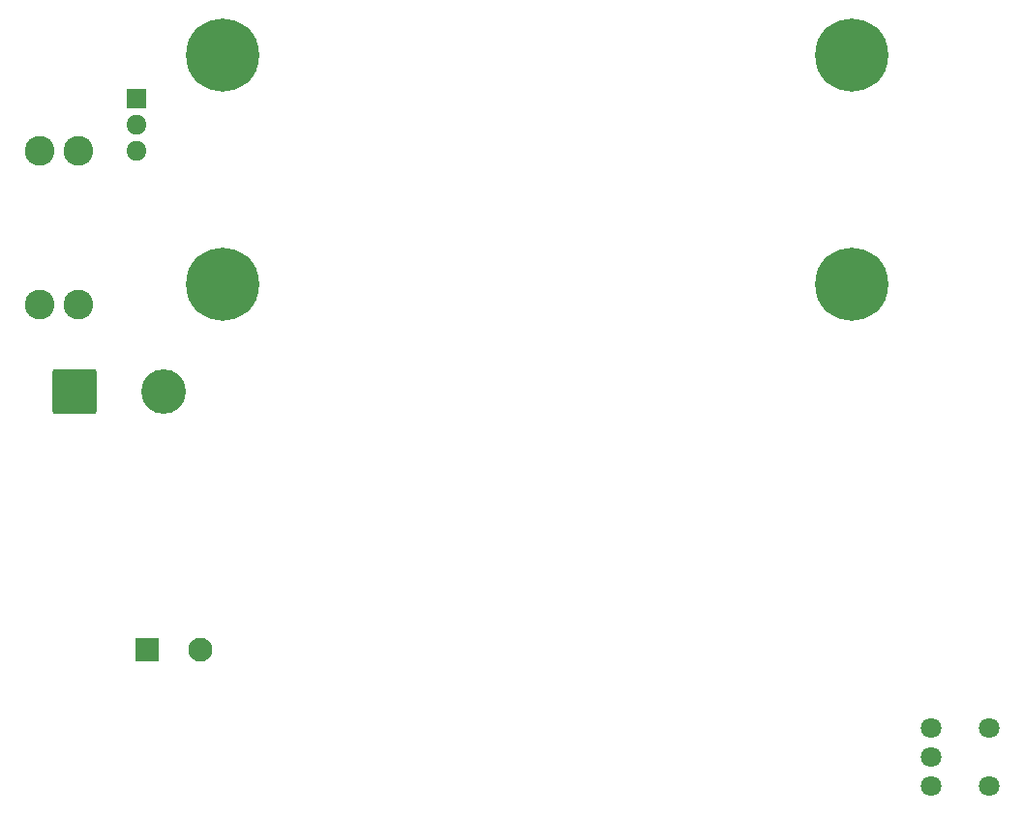
<source format=gbr>
%TF.GenerationSoftware,KiCad,Pcbnew,7.0.9*%
%TF.CreationDate,2025-01-29T10:13:39+09:00*%
%TF.ProjectId,05-PWR,30352d50-5752-42e6-9b69-6361645f7063,rev?*%
%TF.SameCoordinates,Original*%
%TF.FileFunction,Soldermask,Bot*%
%TF.FilePolarity,Negative*%
%FSLAX46Y46*%
G04 Gerber Fmt 4.6, Leading zero omitted, Abs format (unit mm)*
G04 Created by KiCad (PCBNEW 7.0.9) date 2025-01-29 10:13:39*
%MOMM*%
%LPD*%
G01*
G04 APERTURE LIST*
G04 Aperture macros list*
%AMRoundRect*
0 Rectangle with rounded corners*
0 $1 Rounding radius*
0 $2 $3 $4 $5 $6 $7 $8 $9 X,Y pos of 4 corners*
0 Add a 4 corners polygon primitive as box body*
4,1,4,$2,$3,$4,$5,$6,$7,$8,$9,$2,$3,0*
0 Add four circle primitives for the rounded corners*
1,1,$1+$1,$2,$3*
1,1,$1+$1,$4,$5*
1,1,$1+$1,$6,$7*
1,1,$1+$1,$8,$9*
0 Add four rect primitives between the rounded corners*
20,1,$1+$1,$2,$3,$4,$5,0*
20,1,$1+$1,$4,$5,$6,$7,0*
20,1,$1+$1,$6,$7,$8,$9,0*
20,1,$1+$1,$8,$9,$2,$3,0*%
G04 Aperture macros list end*
%ADD10C,2.604000*%
%ADD11C,0.800000*%
%ADD12C,6.400000*%
%ADD13R,1.800000X1.717500*%
%ADD14O,1.800000X1.717500*%
%ADD15C,1.800000*%
%ADD16RoundRect,0.250002X-1.699998X-1.699998X1.699998X-1.699998X1.699998X1.699998X-1.699998X1.699998X0*%
%ADD17C,3.900000*%
%ADD18RoundRect,0.250001X-0.799999X-0.799999X0.799999X-0.799999X0.799999X0.799999X-0.799999X0.799999X0*%
%ADD19C,2.100000*%
G04 APERTURE END LIST*
D10*
%TO.C,F1*%
X37338000Y-88384000D03*
X33938000Y-88384000D03*
X37338000Y-101854000D03*
X33938000Y-101854000D03*
%TD*%
D11*
%TO.C,H2*%
X102600000Y-100000000D03*
X103302944Y-98302944D03*
X103302944Y-101697056D03*
X105000000Y-97600000D03*
D12*
X105000000Y-100000000D03*
D11*
X105000000Y-102400000D03*
X106697056Y-98302944D03*
X106697056Y-101697056D03*
X107400000Y-100000000D03*
%TD*%
D13*
%TO.C,Q1*%
X42418000Y-83812000D03*
D14*
X42418000Y-86102000D03*
X42418000Y-88392000D03*
%TD*%
D11*
%TO.C,H4*%
X47600000Y-80000000D03*
X48302944Y-78302944D03*
X48302944Y-81697056D03*
X50000000Y-77600000D03*
D12*
X50000000Y-80000000D03*
D11*
X50000000Y-82400000D03*
X51697056Y-78302944D03*
X51697056Y-81697056D03*
X52400000Y-80000000D03*
%TD*%
D15*
%TO.C,SW1*%
X117059859Y-144000000D03*
X117059859Y-138920000D03*
X111979859Y-138920000D03*
X111979859Y-141460000D03*
X111979859Y-144000000D03*
%TD*%
D11*
%TO.C,H1*%
X47600000Y-100000000D03*
X48302944Y-98302944D03*
X48302944Y-101697056D03*
X50000000Y-97600000D03*
D12*
X50000000Y-100000000D03*
D11*
X50000000Y-102400000D03*
X51697056Y-98302944D03*
X51697056Y-101697056D03*
X52400000Y-100000000D03*
%TD*%
D16*
%TO.C,J2*%
X36994000Y-109474000D03*
D17*
X44794000Y-109474000D03*
%TD*%
D11*
%TO.C,H3*%
X102600000Y-80000000D03*
X103302944Y-78302944D03*
X103302944Y-81697056D03*
X105000000Y-77600000D03*
D12*
X105000000Y-80000000D03*
D11*
X105000000Y-82400000D03*
X106697056Y-78302944D03*
X106697056Y-81697056D03*
X107400000Y-80000000D03*
%TD*%
D18*
%TO.C,J1*%
X43406000Y-132080000D03*
D19*
X48006000Y-132080000D03*
%TD*%
M02*

</source>
